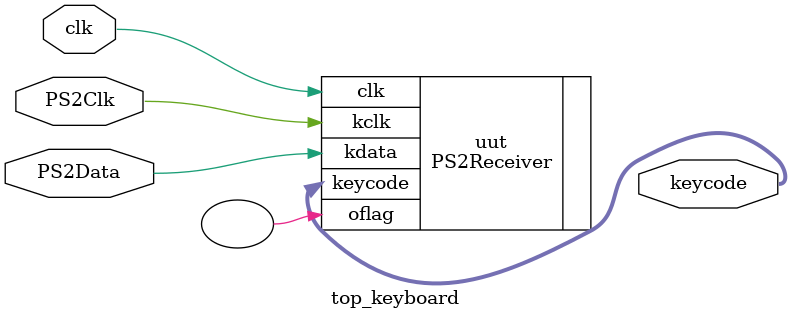
<source format=sv>
`timescale 1ns / 1ps


module top_keyboard(
    input logic clk,
    input logic PS2Data,
    input logic PS2Clk,
    output logic [15:0] keycode
);
    
    PS2Receiver uut (
        .clk(clk),
        .kclk(PS2Clk),
        .kdata(PS2Data),
        .keycode(keycode),
        .oflag()
    );
    
endmodule

</source>
